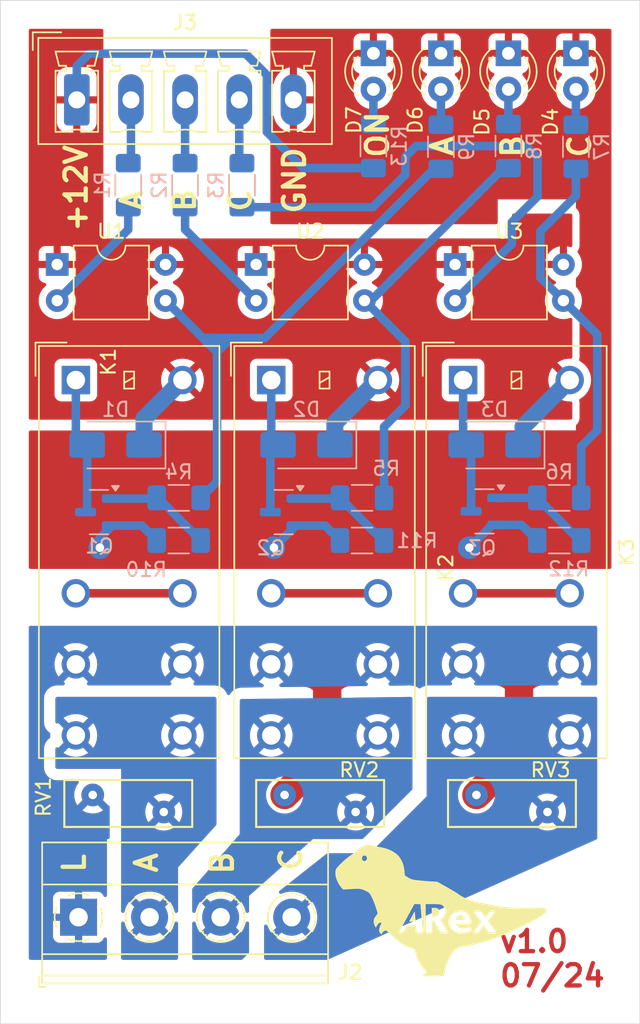
<source format=kicad_pcb>
(kicad_pcb (version 20240108) (generator "pcbnew") (generator_version "8.0")
  (layers (0 "F.Cu" signal) (31 "B.Cu" signal) (34 "B.Paste" user) (35 "F.Paste" user) (36 "B.SilkS" user "B.Silkscreen") (37 "F.SilkS" user "F.Silkscreen") (38 "B.Mask" user) (39 "F.Mask" user) (44 "Edge.Cuts" user))
  (net 0 "")
  (net 1 "VDD")
  (net 2 "Net-(D1-A)")
  (net 3 "Net-(D2-A)")
  (net 4 "Net-(D3-A)")
  (net 5 "GND")
  (net 6 "Net-(D4-A)")
  (net 7 "Net-(D5-A)")
  (net 8 "Net-(D6-A)")
  (net 9 "unconnected-(K1-Pad12)")
  (net 10 "unconnected-(K2-Pad12)")
  (net 11 "unconnected-(K3-Pad12)")
  (net 12 "Net-(Q1-G)")
  (net 13 "Net-(Q2-G)")
  (net 14 "Net-(Q3-G)")
  (net 15 "Net-(R1-Pad2)")
  (net 16 "Net-(R2-Pad2)")
  (net 17 "Net-(R3-Pad2)")
  (net 18 "Net-(R4-Pad1)")
  (net 19 "Net-(R5-Pad1)")
  (net 20 "Net-(R6-Pad1)")
  (net 21 "/P1")
  (net 22 "/P3")
  (net 23 "/P")
  (net 24 "/P2")
  (net 25 "Net-(J3-Pin_2)")
  (net 26 "Net-(J3-Pin_3)")
  (net 27 "Net-(J3-Pin_4)")
  (net 28 "Net-(D7-A)")
  (footprint "LED_THT:LED_D3.0mm" (layer "F.Cu") (at 141 53.725 -90)
    (property "Reference" "D6" (at 4.695 1.808 90) (layer "F.SilkS"))
    (property "Value" "G")
    (pad "1" thru_hole rect (at 0 0 270) (size 1.8 1.8) (drill 0.9) (layers "*.Cu" "*.Mask") (net 5 "GND"))
    (pad "2" thru_hole circle (at 2.54 0 270) (size 1.8 1.8) (drill 0.9) (layers "*.Cu" "*.Mask") (net 8 "Net-(D6-A)"))
  )
  (footprint "Varistor:RV_Disc_D9mm_W3.3mm_P5mm" (layer "F.Cu") (at 135 107.1 180)
    (property "Reference" "RV2" (at -0.255 2.96 0) (layer "F.SilkS"))
    (property "Value" "471K")
    (pad "1" thru_hole circle (at 0 0 180) (size 1.6 1.6) (drill 0.6) (layers "*.Cu" "*.Mask") (net 24 "/P2"))
    (pad "2" thru_hole circle (at 5 1.2 180) (size 1.6 1.6) (drill 0.6) (layers "*.Cu" "*.Mask") (net 23 "/P"))
  )
  (footprint "LED_THT:LED_D3.0mm" (layer "F.Cu") (at 145.75 53.725 -90)
    (property "Reference" "D5" (at 4.822 1.859 90) (layer "F.SilkS"))
    (property "Value" "G")
    (pad "1" thru_hole rect (at 0 0 270) (size 1.8 1.8) (drill 0.9) (layers "*.Cu" "*.Mask") (net 5 "GND"))
    (pad "2" thru_hole circle (at 2.54 0 270) (size 1.8 1.8) (drill 0.9) (layers "*.Cu" "*.Mask") (net 7 "Net-(D5-A)"))
  )
  (footprint "Connector_Phoenix_MC:PhoenixContact_MCV_1,5_5-G-3.81_1x05_P3.81mm_Vertical" (layer "F.Cu") (at 115.38 57)
    (property "Reference" "J3" (at 7.62 -5.45 0) (layer "F.SilkS"))
    (property "Value" "Conn_01x05_Socket")
    (pad "1" thru_hole roundrect (at 0 0) (size 1.8 3.6) (drill 1.2) (layers "*.Cu" "*.Mask") (roundrect_rratio 0.138889) (net 1 "VDD"))
    (pad "2" thru_hole oval (at 3.81 0) (size 1.8 3.6) (drill 1.2) (layers "*.Cu" "*.Mask") (net 25 "Net-(J3-Pin_2)"))
    (pad "3" thru_hole oval (at 7.62 0) (size 1.8 3.6) (drill 1.2) (layers "*.Cu" "*.Mask") (net 26 "Net-(J3-Pin_3)"))
    (pad "4" thru_hole oval (at 11.43 0) (size 1.8 3.6) (drill 1.2) (layers "*.Cu" "*.Mask") (net 27 "Net-(J3-Pin_4)"))
    (pad "5" thru_hole oval (at 15.24 0) (size 1.8 3.6) (drill 1.2) (layers "*.Cu" "*.Mask") (net 5 "GND"))
  )
  (footprint "Varistor:RV_Disc_D9mm_W3.3mm_P5mm" (layer "F.Cu") (at 121.5 107.1 180)
    (property "Reference" "RV1" (at 8.47 1.055 90) (layer "F.SilkS"))
    (property "Value" "471K")
    (pad "1" thru_hole circle (at 0 0 180) (size 1.6 1.6) (drill 0.6) (layers "*.Cu" "*.Mask") (net 21 "/P1"))
    (pad "2" thru_hole circle (at 5 1.2 180) (size 1.6 1.6) (drill 0.6) (layers "*.Cu" "*.Mask") (net 23 "/P"))
  )
  (footprint "Package_DIP:DIP-4_W7.62mm" (layer "F.Cu") (at 142 68.58)
    (property "Reference" "U3" (at 3.81 -2.33 0) (layer "F.SilkS"))
    (property "Value" "PC817")
    (pad "1" thru_hole rect (at 0 0) (size 1.6 1.6) (drill 0.8) (layers "*.Cu" "*.Mask") (net 1 "VDD"))
    (pad "2" thru_hole oval (at 0 2.54) (size 1.6 1.6) (drill 0.8) (layers "*.Cu" "*.Mask") (net 17 "Net-(R3-Pad2)"))
    (pad "3" thru_hole oval (at 7.62 2.54) (size 1.6 1.6) (drill 0.8) (layers "*.Cu" "*.Mask") (net 20 "Net-(R6-Pad1)"))
    (pad "4" thru_hole oval (at 7.62 0) (size 1.6 1.6) (drill 0.8) (layers "*.Cu" "*.Mask") (net 1 "VDD"))
  )
  (footprint "Relay_THT:Relay_SPDT_Omron_G2RL-1-E" (layer "F.Cu") (at 115.3125 76.7125)
    (property "Reference" "K1" (at 2.2895 -1.2745 90) (layer "F.SilkS"))
    (property "Value" "Relay_SPDT")
    (pad "11" thru_hole circle (at 0 20) (size 2 2) (drill 1.3) (layers "*.Cu" "*.Mask") (net 23 "/P"))
    (pad "11" thru_hole circle (at 7.5 20) (size 2 2) (drill 1.3) (layers "*.Cu" "*.Mask") (net 23 "/P"))
    (pad "12" thru_hole circle (at 0 15) (size 2 2) (drill 1.3) (layers "*.Cu" "*.Mask") (net 9 "unconnected-(K1-Pad12)"))
    (pad "12" thru_hole circle (at 7.5 15) (size 2 2) (drill 1.3) (layers "*.Cu" "*.Mask") (net 9 "unconnected-(K1-Pad12)"))
    (pad "14" thru_hole circle (at 0 25) (size 2 2) (drill 1.3) (layers "*.Cu" "*.Mask") (net 21 "/P1"))
    (pad "14" thru_hole circle (at 7.5 25) (size 2 2) (drill 1.3) (layers "*.Cu" "*.Mask") (net 21 "/P1"))
    (pad "A1" thru_hole rect (at 0 0) (size 2 2) (drill 1.3) (layers "*.Cu" "*.Mask") (net 2 "Net-(D1-A)"))
    (pad "A2" thru_hole circle (at 7.5 0) (size 2 2) (drill 1.3) (layers "*.Cu" "*.Mask") (net 1 "VDD"))
  )
  (footprint "TerminalBlock_Phoenix:TerminalBlock_Phoenix_MKDS-1,5-4_1x04_P5.00mm_Horizontal" (layer "F.Cu") (at 115.5 114.5)
    (property "Reference" "J2" (at 19.12 3.864 0) (layer "F.SilkS"))
    (property "Value" "Conn_01x04_Socket")
    (pad "1" thru_hole rect (at 0 0) (size 2.6 2.6) (drill 1.3) (layers "*.Cu" "*.Mask") (net 23 "/P"))
    (pad "2" thru_hole circle (at 5 0) (size 2.6 2.6) (drill 1.3) (layers "*.Cu" "*.Mask") (net 21 "/P1"))
    (pad "3" thru_hole circle (at 10 0) (size 2.6 2.6) (drill 1.3) (layers "*.Cu" "*.Mask") (net 24 "/P2"))
    (pad "4" thru_hole circle (at 15 0) (size 2.6 2.6) (drill 1.3) (layers "*.Cu" "*.Mask") (net 22 "/P3"))
  )
  (footprint "LED_THT:LED_D3.0mm" (layer "F.Cu") (at 150.5 53.725 -90)
    (property "Reference" "D4" (at 4.822 1.783 90) (layer "F.SilkS"))
    (property "Value" "G")
    (pad "1" thru_hole rect (at 0 0 270) (size 1.8 1.8) (drill 0.9) (layers "*.Cu" "*.Mask") (net 5 "GND"))
    (pad "2" thru_hole circle (at 2.54 0 270) (size 1.8 1.8) (drill 0.9) (layers "*.Cu" "*.Mask") (net 6 "Net-(D4-A)"))
  )
  (footprint "Package_DIP:DIP-4_W7.62mm" (layer "F.Cu") (at 114 68.58)
    (property "Reference" "U1" (at 3.81 -2.33 0) (layer "F.SilkS"))
    (property "Value" "PC817")
    (pad "1" thru_hole rect (at 0 0) (size 1.6 1.6) (drill 0.8) (layers "*.Cu" "*.Mask") (net 1 "VDD"))
    (pad "2" thru_hole oval (at 0 2.54) (size 1.6 1.6) (drill 0.8) (layers "*.Cu" "*.Mask") (net 15 "Net-(R1-Pad2)"))
    (pad "3" thru_hole oval (at 7.62 2.54) (size 1.6 1.6) (drill 0.8) (layers "*.Cu" "*.Mask") (net 18 "Net-(R4-Pad1)"))
    (pad "4" thru_hole oval (at 7.62 0) (size 1.6 1.6) (drill 0.8) (layers "*.Cu" "*.Mask") (net 1 "VDD"))
  )
  (footprint "Package_DIP:DIP-4_W7.62mm" (layer "F.Cu") (at 128 68.58)
    (property "Reference" "U2" (at 3.81 -2.33 0) (layer "F.SilkS"))
    (property "Value" "PC817")
    (pad "1" thru_hole rect (at 0 0) (size 1.6 1.6) (drill 0.8) (layers "*.Cu" "*.Mask") (net 1 "VDD"))
    (pad "2" thru_hole oval (at 0 2.54) (size 1.6 1.6) (drill 0.8) (layers "*.Cu" "*.Mask") (net 16 "Net-(R2-Pad2)"))
    (pad "3" thru_hole oval (at 7.62 2.54) (size 1.6 1.6) (drill 0.8) (layers "*.Cu" "*.Mask") (net 19 "Net-(R5-Pad1)"))
    (pad "4" thru_hole oval (at 7.62 0) (size 1.6 1.6) (drill 0.8) (layers "*.Cu" "*.Mask") (net 1 "VDD"))
  )
  (footprint "Relay_THT:Relay_SPDT_Omron_G2RL-1-E" (layer "F.Cu") (at 142.5625 76.7125)
    (property "Reference" "K3" (at 11.5 12.1 90) (layer "F.SilkS"))
    (property "Value" "Relay_SPDT")
    (pad "11" thru_hole circle (at 0 20) (size 2 2) (drill 1.3) (layers "*.Cu" "*.Mask") (net 23 "/P"))
    (pad "11" thru_hole circle (at 7.5 20) (size 2 2) (drill 1.3) (layers "*.Cu" "*.Mask") (net 23 "/P"))
    (pad "12" thru_hole circle (at 0 15) (size 2 2) (drill 1.3) (layers "*.Cu" "*.Mask") (net 11 "unconnected-(K3-Pad12)"))
    (pad "12" thru_hole circle (at 7.5 15) (size 2 2) (drill 1.3) (layers "*.Cu" "*.Mask") (net 11 "unconnected-(K3-Pad12)"))
    (pad "14" thru_hole circle (at 0 25) (size 2 2) (drill 1.3) (layers "*.Cu" "*.Mask") (net 22 "/P3"))
    (pad "14" thru_hole circle (at 7.5 25) (size 2 2) (drill 1.3) (layers "*.Cu" "*.Mask") (net 22 "/P3"))
    (pad "A1" thru_hole rect (at 0 0) (size 2 2) (drill 1.3) (layers "*.Cu" "*.Mask") (net 4 "Net-(D3-A)"))
    (pad "A2" thru_hole circle (at 7.5 0) (size 2 2) (drill 1.3) (layers "*.Cu" "*.Mask") (net 1 "VDD"))
  )
  (footprint "Varistor:RV_Disc_D9mm_W3.3mm_P5mm" (layer "F.Cu") (at 148.5 107.1 180)
    (property "Reference" "RV3" (at -0.217 2.96 0) (layer "F.SilkS"))
    (property "Value" "471K")
    (pad "1" thru_hole circle (at 0 0 180) (size 1.6 1.6) (drill 0.6) (layers "*.Cu" "*.Mask") (net 22 "/P3"))
    (pad "2" thru_hole circle (at 5 1.2 180) (size 1.6 1.6) (drill 0.6) (layers "*.Cu" "*.Mask") (net 23 "/P"))
  )
  (footprint "Relay_THT:Relay_SPDT_Omron_G2RL-1-E" (layer "F.Cu") (at 129.0625 76.7125)
    (property "Reference" "K2" (at 12.2885 13.2035 90) (layer "F.SilkS"))
    (property "Value" "Relay_SPDT")
    (pad "11" thru_hole circle (at 0 20) (size 2 2) (drill 1.3) (layers "*.Cu" "*.Mask") (net 23 "/P"))
    (pad "11" thru_hole circle (at 7.5 20) (size 2 2) (drill 1.3) (layers "*.Cu" "*.Mask") (net 23 "/P"))
    (pad "12" thru_hole circle (at 0 15) (size 2 2) (drill 1.3) (layers "*.Cu" "*.Mask") (net 10 "unconnected-(K2-Pad12)"))
    (pad "12" thru_hole circle (at 7.5 15) (size 2 2) (drill 1.3) (layers "*.Cu" "*.Mask") (net 10 "unconnected-(K2-Pad12)"))
    (pad "14" thru_hole circle (at 0 25) (size 2 2) (drill 1.3) (layers "*.Cu" "*.Mask") (net 24 "/P2"))
    (pad "14" thru_hole circle (at 7.5 25) (size 2 2) (drill 1.3) (layers "*.Cu" "*.Mask") (net 24 "/P2"))
    (pad "A1" thru_hole rect (at 0 0) (size 2 2) (drill 1.3) (layers "*.Cu" "*.Mask") (net 3 "Net-(D2-A)"))
    (pad "A2" thru_hole circle (at 7.5 0) (size 2 2) (drill 1.3) (layers "*.Cu" "*.Mask") (net 1 "VDD"))
  )
  (footprint "LED_THT:LED_D3.0mm" (layer "F.Cu") (at 136.25 53.725 -90)
    (property "Reference" "D7" (at 4.695 1.376 90) (layer "F.SilkS"))
    (property "Value" "R")
    (pad "1" thru_hole rect (at 0 0 270) (size 1.8 1.8) (drill 0.9) (layers "*.Cu" "*.Mask") (net 5 "GND"))
    (pad "2" thru_hole circle (at 2.54 0 270) (size 1.8 1.8) (drill 0.9) (layers "*.Cu" "*.Mask") (net 28 "Net-(D7-A)"))
  )
  (footprint "LOGO" (layer "F.Cu") (at 141 114)
    (property "Reference" "G***" (hide yes))
    (property "Value" "LOGO" (hide yes))
  )
  (footprint "Resistor_SMD:R_1206_3216Metric_Pad1.30x1.75mm_HandSolder" (layer "B.Cu") (at 122.55 88 180)
    (property "Reference" "R10" (at 2.281 -2.043 0) (layer "B.SilkS") (effects (justify mirror)))
    (property "Value" "10k")
    (pad "1" smd roundrect (at -1.55 0 180) (size 1.3 1.75) (layers "B.Cu" "B.Paste" "B.Mask") (roundrect_rratio 0.192308) (net 12 "Net-(Q1-G)"))
    (pad "2" smd roundrect (at 1.55 0 180) (size 1.3 1.75) (layers "B.Cu" "B.Paste" "B.Mask") (roundrect_rratio 0.192308) (net 5 "GND"))
  )
  (footprint "Resistor_SMD:R_1206_3216Metric_Pad1.30x1.75mm_HandSolder" (layer "B.Cu") (at 127 63 -90)
    (property "Reference" "R3" (at 0 1.82 90) (layer "B.SilkS") (effects (justify mirror)))
    (property "Value" "2k21")
    (pad "1" smd roundrect (at -1.55 0 270) (size 1.3 1.75) (layers "B.Cu" "B.Paste" "B.Mask") (roundrect_rratio 0.192308) (net 27 "Net-(J3-Pin_4)"))
    (pad "2" smd roundrect (at 1.55 0 270) (size 1.3 1.75) (layers "B.Cu" "B.Paste" "B.Mask") (roundrect_rratio 0.192308) (net 17 "Net-(R3-Pad2)"))
  )
  (footprint "Package_TO_SOT_SMD:SOT-23" (layer "B.Cu") (at 129.9375 86 180)
    (property "Reference" "Q2" (at 0.9055 -2.519 0) (layer "B.SilkS") (effects (justify mirror)))
    (property "Value" "IRLML0030")
    (pad "1" smd roundrect (at -0.9375 0.95 180) (size 1.475 0.6) (layers "B.Cu" "B.Paste" "B.Mask") (net 13 "Net-(Q2-G)"))
    (pad "2" smd roundrect (at -0.9375 -0.95 180) (size 1.475 0.6) (layers "B.Cu" "B.Paste" "B.Mask") (net 5 "GND"))
    (pad "3" smd roundrect (at 0.9375 0 180) (size 1.475 0.6) (layers "B.Cu" "B.Paste" "B.Mask") (net 3 "Net-(D2-A)"))
  )
  (footprint "Diode_SMD:D_SMA" (layer "B.Cu") (at 131.54 81.28 180)
    (property "Reference" "D2" (at 0 2.5 0) (layer "B.SilkS") (effects (justify mirror)))
    (property "Value" "1J")
    (pad "1" smd roundrect (at -2 0 180) (size 2.5 1.8) (layers "B.Cu" "B.Paste" "B.Mask") (roundrect_rratio 0.1388888889) (net 1 "VDD"))
    (pad "2" smd roundrect (at 2 0 180) (size 2.5 1.8) (layers "B.Cu" "B.Paste" "B.Mask") (roundrect_rratio 0.1388888889) (net 3 "Net-(D2-A)"))
  )
  (footprint "Resistor_SMD:R_1206_3216Metric_Pad1.30x1.75mm_HandSolder" (layer "B.Cu") (at 123 63 -90)
    (property "Reference" "R2" (at 0 1.82 90) (layer "B.SilkS") (effects (justify mirror)))
    (property "Value" "2k21")
    (pad "1" smd roundrect (at -1.55 0 270) (size 1.3 1.75) (layers "B.Cu" "B.Paste" "B.Mask") (roundrect_rratio 0.192308) (net 26 "Net-(J3-Pin_3)"))
    (pad "2" smd roundrect (at 1.55 0 270) (size 1.3 1.75) (layers "B.Cu" "B.Paste" "B.Mask") (roundrect_rratio 0.192308) (net 16 "Net-(R2-Pad2)"))
  )
  (footprint "Resistor_SMD:R_1206_3216Metric_Pad1.30x1.75mm_HandSolder" (layer "B.Cu") (at 135.45 85 180)
    (property "Reference" "R5" (at -1.71 2.069 0) (layer "B.SilkS") (effects (justify mirror)))
    (property "Value" "22")
    (pad "1" smd roundrect (at -1.55 0 180) (size 1.3 1.75) (layers "B.Cu" "B.Paste" "B.Mask") (roundrect_rratio 0.192308) (net 19 "Net-(R5-Pad1)"))
    (pad "2" smd roundrect (at 1.55 0 180) (size 1.3 1.75) (layers "B.Cu" "B.Paste" "B.Mask") (roundrect_rratio 0.192308) (net 13 "Net-(Q2-G)"))
  )
  (footprint "Resistor_SMD:R_1206_3216Metric_Pad1.30x1.75mm_HandSolder" (layer "B.Cu") (at 136.25 60.25 90)
    (property "Reference" "R13" (at 0 1.82 90) (layer "B.SilkS") (effects (justify mirror)))
    (property "Value" "4k7")
    (pad "1" smd roundrect (at -1.55 0 90) (size 1.3 1.75) (layers "B.Cu" "B.Paste" "B.Mask") (roundrect_rratio 0.192308) (net 1 "VDD"))
    (pad "2" smd roundrect (at 1.55 0 90) (size 1.3 1.75) (layers "B.Cu" "B.Paste" "B.Mask") (roundrect_rratio 0.192308) (net 28 "Net-(D7-A)"))
  )
  (footprint "Resistor_SMD:R_1206_3216Metric_Pad1.30x1.75mm_HandSolder" (layer "B.Cu") (at 149.326 85 180)
    (property "Reference" "R6" (at 0 1.82 0) (layer "B.SilkS") (effects (justify mirror)))
    (property "Value" "22")
    (pad "1" smd roundrect (at -1.55 0 180) (size 1.3 1.75) (layers "B.Cu" "B.Paste" "B.Mask") (roundrect_rratio 0.192308) (net 20 "Net-(R6-Pad1)"))
    (pad "2" smd roundrect (at 1.55 0 180) (size 1.3 1.75) (layers "B.Cu" "B.Paste" "B.Mask") (roundrect_rratio 0.192308) (net 14 "Net-(Q3-G)"))
  )
  (footprint "Diode_SMD:D_SMA" (layer "B.Cu") (at 144.78 81.28 180)
    (property "Reference" "D3" (at 0 2.5 0) (layer "B.SilkS") (effects (justify mirror)))
    (property "Value" "1J")
    (pad "1" smd roundrect (at -2 0 180) (size 2.5 1.8) (layers "B.Cu" "B.Paste" "B.Mask") (roundrect_rratio 0.1388888889) (net 1 "VDD"))
    (pad "2" smd roundrect (at 2 0 180) (size 2.5 1.8) (layers "B.Cu" "B.Paste" "B.Mask") (roundrect_rratio 0.1388888889) (net 4 "Net-(D3-A)"))
  )
  (footprint "Resistor_SMD:R_1206_3216Metric_Pad1.30x1.75mm_HandSolder" (layer "B.Cu") (at 122.55 85 180)
    (property "Reference" "R4" (at 0 1.82 0) (layer "B.SilkS") (effects (justify mirror)))
    (property "Value" "22")
    (pad "1" smd roundrect (at -1.55 0 180) (size 1.3 1.75) (layers "B.Cu" "B.Paste" "B.Mask") (roundrect_rratio 0.192308) (net 18 "Net-(R4-Pad1)"))
    (pad "2" smd roundrect (at 1.55 0 180) (size 1.3 1.75) (layers "B.Cu" "B.Paste" "B.Mask") (roundrect_rratio 0.192308) (net 12 "Net-(Q1-G)"))
  )
  (footprint "Resistor_SMD:R_1206_3216Metric_Pad1.30x1.75mm_HandSolder" (layer "B.Cu") (at 150.5 60.3 90)
    (property "Reference" "R7" (at 0 1.82 90) (layer "B.SilkS") (effects (justify mirror)))
    (property "Value" "4k7")
    (pad "1" smd roundrect (at -1.55 0 90) (size 1.3 1.75) (layers "B.Cu" "B.Paste" "B.Mask") (roundrect_rratio 0.192308) (net 20 "Net-(R6-Pad1)"))
    (pad "2" smd roundrect (at 1.55 0 90) (size 1.3 1.75) (layers "B.Cu" "B.Paste" "B.Mask") (roundrect_rratio 0.192308) (net 6 "Net-(D4-A)"))
  )
  (footprint "Resistor_SMD:R_1206_3216Metric_Pad1.30x1.75mm_HandSolder" (layer "B.Cu") (at 141 60.3 90)
    (property "Reference" "R9" (at 0 1.82 90) (layer "B.SilkS") (effects (justify mirror)))
    (property "Value" "4k7")
    (pad "1" smd roundrect (at -1.55 0 90) (size 1.3 1.75) (layers "B.Cu" "B.Paste" "B.Mask") (roundrect_rratio 0.192308) (net 18 "Net-(R4-Pad1)"))
    (pad "2" smd roundrect (at 1.55 0 90) (size 1.3 1.75) (layers "B.Cu" "B.Paste" "B.Mask") (roundrect_rratio 0.192308) (net 8 "Net-(D6-A)"))
  )
  (footprint "Diode_SMD:D_SMA" (layer "B.Cu") (at 118.11 81.28 180)
    (property "Reference" "D1" (at 0 2.5 0) (layer "B.SilkS") (effects (justify mirror)))
    (property "Value" "1J")
    (pad "1" smd roundrect (at -2 0 180) (size 2.5 1.8) (layers "B.Cu" "B.Paste" "B.Mask") (roundrect_rratio 0.1388888889) (net 1 "VDD"))
    (pad "2" smd roundrect (at 2 0 180) (size 2.5 1.8) (layers "B.Cu" "B.Paste" "B.Mask") (roundrect_rratio 0.1388888889) (net 2 "Net-(D1-A)"))
  )
  (footprint "Resistor_SMD:R_1206_3216Metric_Pad1.30x1.75mm_HandSolder" (layer "B.Cu") (at 145.75 60.25 90)
    (property "Reference" "R8" (at 0 1.82 90) (layer "B.SilkS") (effects (justify mirror)))
    (property "Value" "4k7")
    (pad "1" smd roundrect (at -1.55 0 90) (size 1.3 1.75) (layers "B.Cu" "B.Paste" "B.Mask") (roundrect_rratio 0.192308) (net 19 "Net-(R5-Pad1)"))
    (pad "2" smd roundrect (at 1.55 0 90) (size 1.3 1.75) (layers "B.Cu" "B.Paste" "B.Mask") (roundrect_rratio 0.192308) (net 7 "Net-(D5-A)"))
  )
  (footprint "Package_TO_SOT_SMD:SOT-23" (layer "B.Cu") (at 144.0625 85.95 180)
    (property "Reference" "Q3" (at 0.1715 -2.569 0) (layer "B.SilkS") (effects (justify mirror)))
    (property "Value" "IRLML0030")
    (pad "1" smd roundrect (at -0.9375 0.95 180) (size 1.475 0.6) (layers "B.Cu" "B.Paste" "B.Mask") (net 14 "Net-(Q3-G)"))
    (pad "2" smd roundrect (at -0.9375 -0.95 180) (size 1.475 0.6) (layers "B.Cu" "B.Paste" "B.Mask") (net 5 "GND"))
    (pad "3" smd roundrect (at 0.9375 0 180) (size 1.475 0.6) (layers "B.Cu" "B.Paste" "B.Mask") (net 4 "Net-(D3-A)"))
  )
  (footprint "Resistor_SMD:R_1206_3216Metric_Pad1.30x1.75mm_HandSolder" (layer "B.Cu") (at 135.45 88 180)
    (property "Reference" "R11" (at -3.869 -0.011 0) (layer "B.SilkS") (effects (justify mirror)))
    (property "Value" "10k")
    (pad "1" smd roundrect (at -1.55 0 180) (size 1.3 1.75) (layers "B.Cu" "B.Paste" "B.Mask") (roundrect_rratio 0.192308) (net 13 "Net-(Q2-G)"))
    (pad "2" smd roundrect (at 1.55 0 180) (size 1.3 1.75) (layers "B.Cu" "B.Paste" "B.Mask") (roundrect_rratio 0.192308) (net 5 "GND"))
  )
  (footprint "Resistor_SMD:R_1206_3216Metric_Pad1.30x1.75mm_HandSolder" (layer "B.Cu") (at 119 63 -90)
    (property "Reference" "R1" (at 0 1.82 90) (layer "B.SilkS") (effects (justify mirror)))
    (property "Value" "2k21")
    (pad "1" smd roundrect (at -1.55 0 270) (size 1.3 1.75) (layers "B.Cu" "B.Paste" "B.Mask") (roundrect_rratio 0.192308) (net 25 "Net-(J3-Pin_2)"))
    (pad "2" smd roundrect (at 1.55 0 270) (size 1.3 1.75) (layers "B.Cu" "B.Paste" "B.Mask") (roundrect_rratio 0.192308) (net 15 "Net-(R1-Pad2)"))
  )
  (footprint "Package_TO_SOT_SMD:SOT-23" (layer "B.Cu") (at 116.9375 86 180)
    (property "Reference" "Q1" (at -0.0295 -2.392 0) (layer "B.SilkS") (effects (justify mirror)))
    (property "Value" "IRLML0030")
    (pad "1" smd roundrect (at -0.9375 0.95 180) (size 1.475 0.6) (layers "B.Cu" "B.Paste" "B.Mask") (net 12 "Net-(Q1-G)"))
    (pad "2" smd roundrect (at -0.9375 -0.95 180) (size 1.475 0.6) (layers "B.Cu" "B.Paste" "B.Mask") (net 5 "GND"))
    (pad "3" smd roundrect (at 0.9375 0 180) (size 1.475 0.6) (layers "B.Cu" "B.Paste" "B.Mask") (net 2 "Net-(D1-A)"))
  )
  (footprint "Resistor_SMD:R_1206_3216Metric_Pad1.30x1.75mm_HandSolder" (layer "B.Cu") (at 149.326 88 180)
    (property "Reference" "R12" (at -0.674 -2 0) (layer "B.SilkS") (effects (justify mirror)))
    (property "Value" "10k")
    (pad "1" smd roundrect (at -1.55 0 180) (size 1.3 1.75) (layers "B.Cu" "B.Paste" "B.Mask") (roundrect_rratio 0.192308) (net 14 "Net-(Q3-G)"))
    (pad "2" smd roundrect (at 1.55 0 180) (size 1.3 1.75) (layers "B.Cu" "B.Paste" "B.Mask") (roundrect_rratio 0.192308) (net 5 "GND"))
  )
  (gr_rect (start 110 50) (end 155 122) (stroke (width 0.05)) (fill none) (layer "Edge.Cuts"))
  (gr_text "v1.0 \n07/24" (at 145 119.5 0) (layer "F.Cu") (effects (font (size 1.5 1.5) (thickness 0.3) (bold yes)) (justify left bottom)))
  (gr_text "C" (at 131.318 111.379 90) (layer "F.SilkS") (effects (font (size 1.5 1.5) (thickness 0.3) (bold yes)) (justify left bottom)))
  (gr_text "ON" (at 137.414 61.214 90) (layer "F.SilkS") (effects (font (size 1.5 1.5) (thickness 0.3) (bold yes)) (justify left bottom)))
  (gr_text "B" (at 123.825 65.024 90) (layer "F.SilkS") (effects (font (size 1.5 1.5) (thickness 0.3) (bold yes)) (justify left bottom)))
  (gr_text "+12V" (at 116.205 66.421 90) (layer "F.SilkS") (effects (font (size 1.5 1.5) (thickness 0.3) (bold yes)) (justify left bottom)))
  (gr_text "C" (at 151.638 61.214 90) (layer "F.SilkS") (effects (font (size 1.5 1.5) (thickness 0.3) (bold yes)) (justify left bottom)))
  (gr_text "B" (at 146.939 61.214 90) (layer "F.SilkS") (effects (font (size 1.5 1.5) (thickness 0.3) (bold yes)) (justify left bottom)))
  (gr_text "B" (at 126.492 111.633 90) (layer "F.SilkS") (effects (font (size 1.5 1.5) (thickness 0.3) (bold yes)) (justify left bottom)))
  (gr_text "L" (at 116.078 111.506 90) (layer "F.SilkS") (effects (font (size 1.5 1.5) (thickness 0.3) (bold yes)) (justify left bottom)))
  (gr_text "GND" (at 131.572 65.151 90) (layer "F.SilkS") (effects (font (size 1.5 1.5) (thickness 0.3) (bold yes)) (justify left bottom)))
  (gr_text "A" (at 120.142 64.897 90) (layer "F.SilkS") (effects (font (size 1.5 1.5) (thickness 0.3) (bold yes)) (justify left bottom)))
  (gr_text "C" (at 127.762 65.024 90) (layer "F.SilkS") (effects (font (size 1.5 1.5) (thickness 0.3) (bold yes)) (justify left bottom)))
  (gr_text "A" (at 141.986 61.087 90) (layer "F.SilkS") (effects (font (size 1.5 1.5) (thickness 0.3) (bold yes)) (justify left bottom)))
  (gr_text "A" (at 121.158 111.506 90) (layer "F.SilkS") (effects (font (size 1.5 1.5) (thickness 0.3) (bold yes)) (justify left bottom)))
  (segment (start 131.3 61.8) (end 128.75 59.25) (width 0.6) (layer "B.Cu") (net 1))
  (segment (start 146.78 79.995) (end 150.0625 76.7125) (width 1.2) (layer "B.Cu") (net 1))
  (segment (start 120.11 81.28) (end 120.11 79.415) (width 1.2) (layer "B.Cu") (net 1))
  (segment (start 116.25 53.75) (end 115.38 54.62) (width 0.6) (layer "B.Cu") (net 1))
  (segment (start 136.25 61.8) (end 131.3 61.8) (width 0.6) (layer "B.Cu") (net 1))
  (segment (start 146.78 81.28) (end 146.78 79.995) (width 1.2) (layer "B.Cu") (net 1))
  (segment (start 115.38 54.62) (end 115.38 57) (width 0.6) (layer "B.Cu") (net 1))
  (segment (start 146.78 81.28) (end 147 81.06) (width 1.2) (layer "B.Cu") (net 1))
  (segment (start 128.75 55.25) (end 127.25 53.75) (width 0.6) (layer "B.Cu") (net 1))
  (segment (start 133.54 79.735) (end 136.5625 76.7125) (width 1.2) (layer "B.Cu") (net 1))
  (segment (start 127.25 53.75) (end 116.25 53.75) (width 0.6) (layer "B.Cu") (net 1))
  (segment (start 133.54 81.28) (end 133.54 79.735) (width 1.2) (layer "B.Cu") (net 1))
  (segment (start 120.11 79.415) (end 122.8125 76.7125) (width 1.2) (layer "B.Cu") (net 1))
  (segment (start 128.75 59.25) (end 128.75 55.25) (width 0.6) (layer "B.Cu") (net 1))
  (segment (start 116.11 85.89) (end 116 86) (width 0.6) (layer "B.Cu") (net 2))
  (segment (start 116.11 81.28) (end 116.11 85.89) (width 0.6) (layer "B.Cu") (net 2))
  (segment (start 115.3125 80.4825) (end 116.11 81.28) (width 0.6) (layer "B.Cu") (net 2))
  (segment (start 115.3125 76.7125) (end 115.3125 80.4825) (width 0.6) (layer "B.Cu") (net 2))
  (segment (start 129.0625 76.7125) (end 129.0625 80.8025) (width 0.6) (layer "B.Cu") (net 3))
  (segment (start 129.0625 80.8025) (end 129.54 81.28) (width 0.6) (layer "B.Cu") (net 3))
  (segment (start 129 86) (end 129 81.82) (width 0.6) (layer "B.Cu") (net 3))
  (segment (start 129 81.82) (end 129.54 81.28) (width 0.6) (layer "B.Cu") (net 3))
  (segment (start 143.125 85.95) (end 143.125 81.625) (width 0.6) (layer "B.Cu") (net 4))
  (segment (start 142.5625 81.0625) (end 142.78 81.28) (width 0.6) (layer "B.Cu") (net 4))
  (segment (start 143.125 81.625) (end 142.78 81.28) (width 0.6) (layer "B.Cu") (net 4))
  (segment (start 142.5625 76.7125) (end 142.5625 81.0625) (width 0.6) (layer "B.Cu") (net 4))
  (via (at 117 88.5) (size 1.6) (drill 0.6) (layers "F.Cu" "B.Cu") (net 5))
  (via (at 129.25 88.5) (size 1.6) (drill 0.6) (layers "F.Cu" "B.Cu") (net 5))
  (via (at 143 88.5) (size 1.6) (drill 0.6) (layers "F.Cu" "B.Cu") (net 5))
  (segment (start 117.875 86.95) (end 117 87.825) (width 0.6) (layer "B.Cu") (net 5))
  (segment (start 117.875 86.95) (end 119.95 86.95) (width 0.6) (layer "B.Cu") (net 5))
  (segment (start 117 87.825) (end 117 88.5) (width 0.6) (layer "B.Cu") (net 5))
  (segment (start 145 86.9) (end 146.676 86.9) (width 0.6) (layer "B.Cu") (net 5))
  (segment (start 130.875 86.95) (end 132.85 86.95) (width 0.6) (layer "B.Cu") (net 5))
  (segment (start 144.6 86.9) (end 143 88.5) (width 0.6) (layer "B.Cu") (net 5))
  (segment (start 130.8 86.95) (end 129.25 88.5) (width 0.6) (layer "B.Cu") (net 5))
  (segment (start 146.676 86.9) (end 147.776 88) (width 0.6) (layer "B.Cu") (net 5))
  (segment (start 130.875 86.95) (end 130.8 86.95) (width 0.6) (layer "B.Cu") (net 5))
  (segment (start 119.95 86.95) (end 121 88) (width 0.6) (layer "B.Cu") (net 5))
  (segment (start 132.85 86.95) (end 133.9 88) (width 0.6) (layer "B.Cu") (net 5))
  (segment (start 145 86.9) (end 144.6 86.9) (width 0.6) (layer "B.Cu") (net 5))
  (segment (start 150.5 58.75) (end 150.5 56.265) (width 0.6) (layer "B.Cu") (net 6))
  (segment (start 145.75 56.265) (end 145.75 58.7) (width 0.6) (layer "B.Cu") (net 7))
  (segment (start 141 58.75) (end 141 56.265) (width 0.6) (layer "B.Cu") (net 8))
  (segment (start 115.3125 91.7125) (end 122.8125 91.7125) (width 0.6) (layer "F.Cu") (net 9))
  (segment (start 129.0625 91.7125) (end 136.5625 91.7125) (width 0.6) (layer "F.Cu") (net 10))
  (segment (start 142.5625 91.7125) (end 150.0625 91.7125) (width 0.6) (layer "F.Cu") (net 11))
  (segment (start 120.95 85.05) (end 121 85) (width 0.6) (layer "B.Cu") (net 12))
  (segment (start 121 85) (end 121.1 85) (width 0.6) (layer "B.Cu") (net 12))
  (segment (start 121.1 85) (end 124.1 88) (width 0.6) (layer "B.Cu") (net 12))
  (segment (start 117.875 85.05) (end 120.95 85.05) (width 0.6) (layer "B.Cu") (net 12))
  (segment (start 133.85 85.05) (end 133.9 85) (width 0.6) (layer "B.Cu") (net 13))
  (segment (start 130.875 85.05) (end 133.85 85.05) (width 0.6) (layer "B.Cu") (net 13))
  (segment (start 137 88) (end 136.9 88) (width 0.6) (layer "B.Cu") (net 13))
  (segment (start 136.9 88) (end 133.9 85) (width 0.6) (layer "B.Cu") (net 13))
  (segment (start 150.876 88) (end 150.776 88) (width 0.6) (layer "B.Cu") (net 14))
  (segment (start 145 85) (end 147.776 85) (width 0.6) (layer "B.Cu") (net 14))
  (segment (start 150.776 88) (end 147.776 85) (width 0.6) (layer "B.Cu") (net 14))
  (segment (start 114 71.12) (end 119 66.12) (width 0.6) (layer "B.Cu") (net 15))
  (segment (start 119 66.12) (end 119 64.55) (width 0.6) (layer "B.Cu") (net 15))
  (segment (start 128 71.12) (end 123 66.12) (width 0.6) (layer "B.Cu") (net 16))
  (segment (start 123 66.12) (end 123 64.55) (width 0.6) (layer "B.Cu") (net 16))
  (segment (start 146 67.12) (end 142 71.12) (width 0.6) (layer "B.Cu") (net 17))
  (segment (start 127 64.55) (end 136.207412 64.55) (width 0.6) (layer "B.Cu") (net 17))
  (segment (start 136.207412 64.55) (end 138.5 62.257412) (width 0.6) (layer "B.Cu") (net 17))
  (segment (start 146 65.6) (end 146 67.12) (width 0.6) (layer "B.Cu") (net 17))
  (segment (start 138.5 62.257412) (end 138.5 61) (width 0.6) (layer "B.Cu") (net 17))
  (segment (start 147 60.25) (end 147.8 61.05) (width 0.6) (layer "B.Cu") (net 17))
  (segment (start 139.25 60.25) (end 147 60.25) (width 0.6) (layer "B.Cu") (net 17))
  (segment (start 138.5 61) (end 139.25 60.25) (width 0.6) (layer "B.Cu") (net 17))
  (segment (start 147.8 61.05) (end 147.8 63.8) (width 0.6) (layer "B.Cu") (net 17))
  (segment (start 147.8 63.8) (end 146 65.6) (width 0.6) (layer "B.Cu") (net 17))
  (segment (start 125.25 83.85) (end 125.25 74.75) (width 0.6) (layer "B.Cu") (net 18))
  (segment (start 125.75 73.75) (end 126.25 73.75) (width 0.6) (layer "B.Cu") (net 18))
  (segment (start 125.25 74.75) (end 126.25 73.75) (width 0.6) (layer "B.Cu") (net 18))
  (segment (start 124.25 73.75) (end 125 73.75) (width 0.6) (layer "B.Cu") (net 18))
  (segment (start 128.611522 73.75) (end 140.511522 61.85) (width 0.6) (layer "B.Cu") (net 18))
  (segment (start 125 74) (end 125.5 74) (width 0.6) (layer "B.Cu") (net 18))
  (segment (start 124.1 85) (end 125.25 83.85) (width 0.6) (layer "B.Cu") (net 18))
  (segment (start 124.3125 73.8125) (end 124.75 74.25) (width 0.6) (layer "B.Cu") (net 18))
  (segment (start 125 73.75) (end 125.75 73.75) (width 0.6) (layer "B.Cu") (net 18))
  (segment (start 125.25 74.75) (end 124.3125 73.8125) (width 0.6) (layer "B.Cu") (net 18))
  (segment (start 121.62 71.12) (end 124.25 73.75) (width 0.6) (layer "B.Cu") (net 18))
  (segment (start 125 74) (end 125 73.75) (width 0.6) (layer "B.Cu") (net 18))
  (segment (start 126.25 73.75) (end 128.611522 73.75) (width 0.6) (layer "B.Cu") (net 18))
  (segment (start 125.5 74) (end 125.75 73.75) (width 0.6) (layer "B.Cu") (net 18))
  (segment (start 124.75 74.25) (end 125 74) (width 0.6) (layer "B.Cu") (net 18))
  (segment (start 124.3125 73.8125) (end 121.62 71.12) (width 0.6) (layer "B.Cu") (net 18))
  (segment (start 140.511522 61.85) (end 141 61.85) (width 0.6) (layer "B.Cu") (net 18))
  (segment (start 137 80) (end 138.5 78.5) (width 0.6) (layer "B.Cu") (net 19))
  (segment (start 138.5 74) (end 135.62 71.12) (width 0.6) (layer "B.Cu") (net 19))
  (segment (start 145.4 61.8) (end 145.75 61.8) (width 0.6) (layer "B.Cu") (net 19))
  (segment (start 136.08 71.12) (end 145.4 61.8) (width 0.6) (layer "B.Cu") (net 19))
  (segment (start 137 85) (end 137 80) (width 0.6) (layer "B.Cu") (net 19))
  (segment (start 135.62 71.12) (end 136.08 71.12) (width 0.6) (layer "B.Cu") (net 19))
  (segment (start 138.5 78.5) (end 138.5 74) (width 0.6) (layer "B.Cu") (net 19))
  (segment (start 150.5 63.751371) (end 150.5 61.85) (width 0.6) (layer "B.Cu") (net 20))
  (segment (start 149.62 71.12) (end 148 69.5) (width 0.6) (layer "B.Cu") (net 20))
  (segment (start 150.876 81.376) (end 152 80.252) (width 0.6) (layer "B.Cu") (net 20))
  (segment (start 152 80.252) (end 152 73.5) (width 0.6) (layer "B.Cu") (net 20))
  (segment (start 148 66.251371) (end 150.5 63.751371) (width 0.6) (layer "B.Cu") (net 20))
  (segment (start 148 69.5) (end 148 66.251371) (width 0.6) (layer "B.Cu") (net 20))
  (segment (start 152 73.5) (end 149.62 71.12) (width 0.6) (layer "B.Cu") (net 20))
  (segment (start 150.876 85) (end 150.876 81.376) (width 0.6) (layer "B.Cu") (net 20))
  (segment (start 146.5 102.9) (end 146.5 96.5) (width 2) (layer "F.Cu") (net 23))
  (segment (start 133 102.9) (end 133 97) (width 2) (layer "F.Cu") (net 23))
  (segment (start 130 105.9) (end 133 102.9) (width 2) (layer "F.Cu") (net 23))
  (segment (start 143.5 105.9) (end 146.5 102.9) (width 2) (layer "F.Cu") (net 23))
  (segment (start 119.19 61.26) (end 119 61.45) (width 0.6) (layer "B.Cu") (net 25))
  (segment (start 119.19 57) (end 119.19 61.26) (width 0.6) (layer "B.Cu") (net 25))
  (segment (start 123 57) (end 123 61.45) (width 0.6) (layer "B.Cu") (net 26))
  (segment (start 126.81 57) (end 126.81 61.26) (width 0.6) (layer "B.Cu") (net 27))
  (segment (start 126.81 61.26) (end 127 61.45) (width 0.6) (layer "B.Cu") (net 27))
  (segment (start 136.25 56.265) (end 136.25 58.7) (width 0.6) (layer "B.Cu") (net 28))
  (zone (net 1) (net_name "VDD") (layer "F.Cu") (priority 1) (connect_pads (clearance 0.5)) (min_thickness 0.25) (fill yes (thermal_gap 0.5) (thermal_bridge_width 0.5))
    (polygon (pts (xy 112 52) (xy 117.25 52) (xy 117.25 66.75) (xy 146 66.75) (xy 146 65) (xy 150.25 65) (xy 150.25 79.5) (xy 112 79.5)))
  )
  (zone (net 5) (net_name "GND") (layer "F.Cu") (connect_pads (clearance 0.5)) (min_thickness 0.25) (fill yes (thermal_gap 0.5) (thermal_bridge_width 0.5))
    (polygon (pts (xy 129 52) (xy 153 52) (xy 153 90) (xy 112 90) (xy 112 80.261287) (xy 150.5 80.25) (xy 150.5 64) (xy 145 64) (xy 145 65.75) (xy 129 65.75)))
  )
  (zone (net 24) (net_name "/P2") (layers "F&B.Cu") (priority 3) (connect_pads (clearance 0.5)) (min_thickness 0.25) (fill yes (thermal_gap 0.5) (thermal_bridge_width 0.5))
    (polygon (pts (xy 126.8476 99.1524) (xy 126.8476 108.6524) (xy 123.5 112.5) (xy 123.5 117.5) (xy 127 117.5) (xy 127.5 117) (xy 127.5 113) (xy 132 109) (xy 135.5 109) (xy 139 105.5) (xy 139 99)))
  )
  (zone (net 21) (net_name "/P1") (layers "F&B.Cu") (priority 3) (connect_pads (clearance 0.5)) (min_thickness 0.25) (fill yes (thermal_gap 0.5) (thermal_bridge_width 0.5))
    (polygon (pts (xy 118.5 117.5) (xy 118.5 104.063) (xy 113.873 104.063) (xy 113.873 99) (xy 125.2032 99) (xy 125.2032 108) (xy 122.5 111) (xy 122.5 117.5)))
  )
  (zone (net 22) (net_name "/P3") (layers "F&B.Cu") (priority 4) (connect_pads (clearance 0.5)) (min_thickness 0.25) (fill yes (thermal_gap 0.5) (thermal_bridge_width 0.5))
    (polygon (pts (xy 140 99) (xy 152 99) (xy 152 109) (xy 133 117.5) (xy 128.5588 117.5) (xy 128.5588 113.5) (xy 133 110) (xy 136 110) (xy 140 106)))
  )
  (zone (net 23) (net_name "/P") (layers "F&B.Cu") (priority 2) (connect_pads (clearance 0.8)) (min_thickness 0.25) (fill yes (thermal_gap 0.5) (thermal_bridge_width 0.5))
    (polygon (pts (xy 112 94) (xy 152 94) (xy 152 109) (xy 117.5 109) (xy 117.5 117.5) (xy 112 117.5)))
  )
)
</source>
